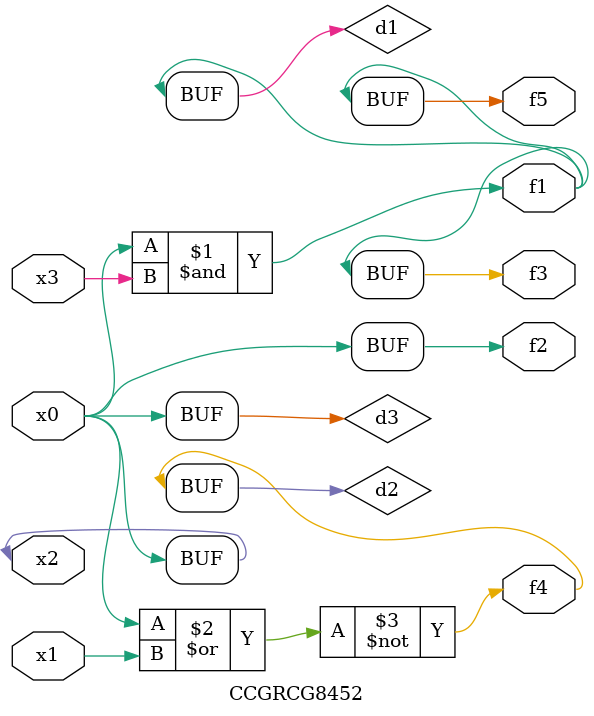
<source format=v>
module CCGRCG8452(
	input x0, x1, x2, x3,
	output f1, f2, f3, f4, f5
);

	wire d1, d2, d3;

	and (d1, x2, x3);
	nor (d2, x0, x1);
	buf (d3, x0, x2);
	assign f1 = d1;
	assign f2 = d3;
	assign f3 = d1;
	assign f4 = d2;
	assign f5 = d1;
endmodule

</source>
